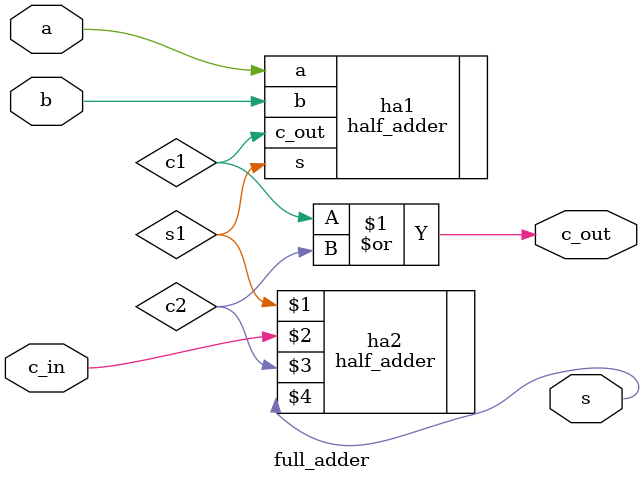
<source format=sv>
module full_adder (
  input  a, b, c_in,
  output c_out, s
);
  logic s1,c1,c2;

  half_adder ha1 (.a(a), .b(b), .c_out(c1), .s(s1));
  half_adder ha2 (s1,c_in,c2,s);

  assign c_out = c1|c2;
endmodule

</source>
